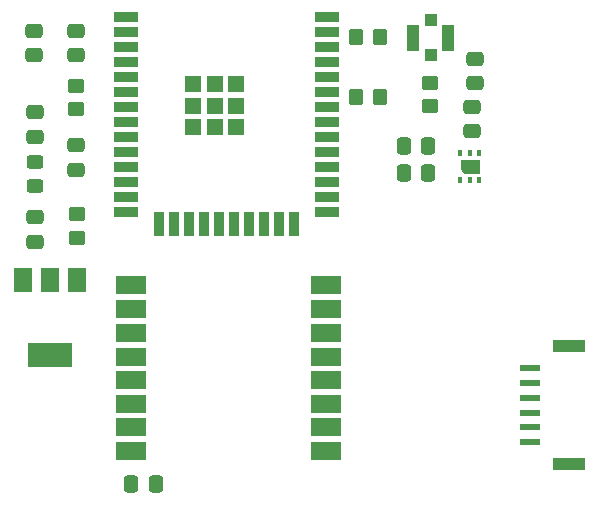
<source format=gtp>
G04 #@! TF.GenerationSoftware,KiCad,Pcbnew,7.0.8*
G04 #@! TF.CreationDate,2023-10-19T15:12:35+02:00*
G04 #@! TF.ProjectId,ESP32-aqs,45535033-322d-4617-9173-2e6b69636164,rev?*
G04 #@! TF.SameCoordinates,Original*
G04 #@! TF.FileFunction,Paste,Top*
G04 #@! TF.FilePolarity,Positive*
%FSLAX46Y46*%
G04 Gerber Fmt 4.6, Leading zero omitted, Abs format (unit mm)*
G04 Created by KiCad (PCBNEW 7.0.8) date 2023-10-19 15:12:35*
%MOMM*%
%LPD*%
G01*
G04 APERTURE LIST*
G04 Aperture macros list*
%AMRoundRect*
0 Rectangle with rounded corners*
0 $1 Rounding radius*
0 $2 $3 $4 $5 $6 $7 $8 $9 X,Y pos of 4 corners*
0 Add a 4 corners polygon primitive as box body*
4,1,4,$2,$3,$4,$5,$6,$7,$8,$9,$2,$3,0*
0 Add four circle primitives for the rounded corners*
1,1,$1+$1,$2,$3*
1,1,$1+$1,$4,$5*
1,1,$1+$1,$6,$7*
1,1,$1+$1,$8,$9*
0 Add four rect primitives between the rounded corners*
20,1,$1+$1,$2,$3,$4,$5,0*
20,1,$1+$1,$4,$5,$6,$7,0*
20,1,$1+$1,$6,$7,$8,$9,0*
20,1,$1+$1,$8,$9,$2,$3,0*%
G04 Aperture macros list end*
%ADD10C,0.010000*%
%ADD11RoundRect,0.250000X0.350000X0.450000X-0.350000X0.450000X-0.350000X-0.450000X0.350000X-0.450000X0*%
%ADD12R,0.400000X0.550000*%
%ADD13RoundRect,0.250000X-0.337500X-0.475000X0.337500X-0.475000X0.337500X0.475000X-0.337500X0.475000X0*%
%ADD14RoundRect,0.250000X-0.450000X0.325000X-0.450000X-0.325000X0.450000X-0.325000X0.450000X0.325000X0*%
%ADD15R,1.000000X1.000000*%
%ADD16R,1.050000X2.200000*%
%ADD17RoundRect,0.250000X-0.475000X0.337500X-0.475000X-0.337500X0.475000X-0.337500X0.475000X0.337500X0*%
%ADD18RoundRect,0.250000X0.337500X0.475000X-0.337500X0.475000X-0.337500X-0.475000X0.337500X-0.475000X0*%
%ADD19RoundRect,0.250000X-0.450000X0.350000X-0.450000X-0.350000X0.450000X-0.350000X0.450000X0.350000X0*%
%ADD20R,2.000000X0.900000*%
%ADD21R,0.900000X2.000000*%
%ADD22R,1.330000X1.330000*%
%ADD23RoundRect,0.250000X0.475000X-0.337500X0.475000X0.337500X-0.475000X0.337500X-0.475000X-0.337500X0*%
%ADD24R,2.540000X1.524000*%
%ADD25R,1.700000X0.600000*%
%ADD26R,2.800000X1.000000*%
%ADD27RoundRect,0.250000X0.450000X-0.350000X0.450000X0.350000X-0.450000X0.350000X-0.450000X-0.350000X0*%
%ADD28R,1.500000X2.000000*%
%ADD29R,3.800000X2.000000*%
G04 APERTURE END LIST*
D10*
X177993000Y-80052000D02*
X176793000Y-80052000D01*
X176493000Y-79752000D01*
X176493000Y-79002000D01*
X177993000Y-79002000D01*
X177993000Y-80052000D01*
G36*
X177993000Y-80052000D02*
G01*
X176793000Y-80052000D01*
X176493000Y-79752000D01*
X176493000Y-79002000D01*
X177993000Y-79002000D01*
X177993000Y-80052000D01*
G37*
D11*
X169640000Y-68580000D03*
X167640000Y-68580000D03*
D12*
X176443000Y-80677000D03*
X177243000Y-80677000D03*
X178043000Y-80677000D03*
X178043000Y-78377000D03*
X177243000Y-78377000D03*
X176443000Y-78377000D03*
D13*
X148590000Y-106426000D03*
X150665000Y-106426000D03*
D14*
X140462000Y-79146000D03*
X140462000Y-81196000D03*
D15*
X173941000Y-70105000D03*
D16*
X172466000Y-68605000D03*
D15*
X173941000Y-67105000D03*
D16*
X175416000Y-68605000D03*
D17*
X143903500Y-77702500D03*
X143903500Y-79777500D03*
D18*
X173730000Y-80035000D03*
X171655000Y-80035000D03*
D19*
X144018000Y-83566000D03*
X144018000Y-85566000D03*
D20*
X148145000Y-66865000D03*
X148145000Y-68135000D03*
X148145000Y-69405000D03*
X148145000Y-70675000D03*
X148145000Y-71945000D03*
X148145000Y-73215000D03*
X148145000Y-74485000D03*
X148145000Y-75755000D03*
X148145000Y-77025000D03*
X148145000Y-78295000D03*
X148145000Y-79565000D03*
X148145000Y-80835000D03*
X148145000Y-82105000D03*
X148145000Y-83375000D03*
D21*
X150930000Y-84375000D03*
X152200000Y-84375000D03*
X153470000Y-84375000D03*
X154740000Y-84375000D03*
X156010000Y-84375000D03*
X157280000Y-84375000D03*
X158550000Y-84375000D03*
X159820000Y-84375000D03*
X161090000Y-84375000D03*
X162360000Y-84375000D03*
D20*
X165145000Y-83375000D03*
X165145000Y-82105000D03*
X165145000Y-80835000D03*
X165145000Y-79565000D03*
X165145000Y-78295000D03*
X165145000Y-77025000D03*
X165145000Y-75755000D03*
X165145000Y-74485000D03*
X165145000Y-73215000D03*
X165145000Y-71945000D03*
X165145000Y-70675000D03*
X165145000Y-69405000D03*
X165145000Y-68135000D03*
X165145000Y-66865000D03*
D22*
X153810000Y-72530000D03*
X155645000Y-72530000D03*
X157480000Y-72530000D03*
X153810000Y-74365000D03*
X155645000Y-74365000D03*
X157480000Y-74365000D03*
X153810000Y-76200000D03*
X155645000Y-76200000D03*
X157480000Y-76200000D03*
D23*
X177448000Y-76522000D03*
X177448000Y-74447000D03*
D17*
X143903500Y-68029000D03*
X143903500Y-70104000D03*
D24*
X165100000Y-103600000D03*
X165100000Y-101600000D03*
X165100000Y-99600000D03*
X165100000Y-97600000D03*
X165100000Y-95600000D03*
X165100000Y-93600000D03*
X165100000Y-91600000D03*
X165100000Y-89520000D03*
X148560000Y-89520000D03*
X148560000Y-91600000D03*
X148560000Y-93600000D03*
X148560000Y-95600000D03*
X148560000Y-97600000D03*
X148560000Y-99600000D03*
X148560000Y-101600000D03*
X148560000Y-103600000D03*
D25*
X182324000Y-96600000D03*
X182324000Y-97850000D03*
X182324000Y-99100000D03*
X182324000Y-100350000D03*
X182324000Y-101600000D03*
X182324000Y-102850000D03*
D26*
X185674000Y-104700000D03*
X185674000Y-94750000D03*
D18*
X173730000Y-77749000D03*
X171655000Y-77749000D03*
D27*
X173892000Y-74415000D03*
X173892000Y-72415000D03*
D23*
X140462000Y-85873500D03*
X140462000Y-83798500D03*
D17*
X140347500Y-68029000D03*
X140347500Y-70104000D03*
X177702000Y-70383000D03*
X177702000Y-72458000D03*
X140462000Y-74930000D03*
X140462000Y-77005000D03*
D19*
X143903500Y-72654500D03*
X143903500Y-74654500D03*
D11*
X169640000Y-73660000D03*
X167640000Y-73660000D03*
D28*
X144032000Y-89154000D03*
X141732000Y-89154000D03*
D29*
X141732000Y-95454000D03*
D28*
X139432000Y-89154000D03*
M02*

</source>
